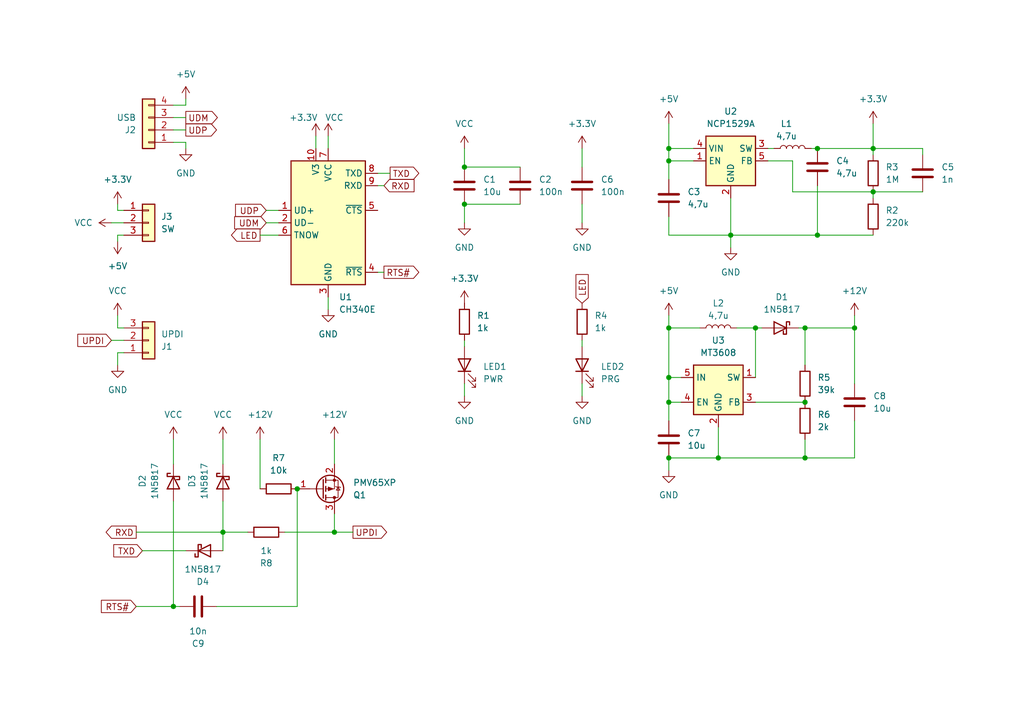
<source format=kicad_sch>
(kicad_sch (version 20230121) (generator eeschema)
  (paper "A5")
  (title_block (title "UPDI_HV_PROGRAMMER_ILYA2IK") (rev "1") (company "SGGDEV"))
  (lib_symbols
    (symbol "Connector_Generic:Conn_01x03" (pin_names (offset 1.016) hide)
      (property "Reference" "J" (at 0 5.08 0))
      (property "Value" "Conn_01x03" (at 0 -5.08 0))
      (symbol "Conn_01x03_1_1"
        (rectangle (start -1.27 -2.413) (end 0 -2.667) (stroke (width 0.1524)))
        (rectangle (start -1.27 0.127) (end 0 -0.127) (stroke (width 0.1524)))
        (rectangle (start -1.27 2.667) (end 0 2.413) (stroke (width 0.1524)))
        (rectangle (start -1.27 3.81) (end 1.27 -3.81) (stroke (width 0.254)) (fill (type background)))
        (pin passive line (at -5.08 2.54 0) (length 3.81) (name "Pin_1") (number "1"))
        (pin passive line (at -5.08 0 0) (length 3.81) (name "Pin_2") (number "2"))
        (pin passive line (at -5.08 -2.54 0) (length 3.81) (name "Pin_3") (number "3"))
      )
    )
    (symbol "Connector_Generic:Conn_01x04" (pin_names (offset 1.016) hide)
      (property "Reference" "J" (at 0 5.08 0))
      (property "Value" "Conn_01x04" (at 0 -7.62 0))
      (symbol "Conn_01x04_1_1"
        (rectangle (start -1.27 -4.953) (end 0 -5.207) (stroke (width 0.1524)))
        (rectangle (start -1.27 -2.413) (end 0 -2.667) (stroke (width 0.1524)))
        (rectangle (start -1.27 0.127) (end 0 -0.127) (stroke (width 0.1524)))
        (rectangle (start -1.27 2.667) (end 0 2.413) (stroke (width 0.1524)))
        (rectangle (start -1.27 3.81) (end 1.27 -6.35) (stroke (width 0.254)) (fill (type background)))
        (pin passive line (at -5.08 2.54 0) (length 3.81) (name "Pin_1") (number "1"))
        (pin passive line (at -5.08 0 0) (length 3.81) (name "Pin_2") (number "2"))
        (pin passive line (at -5.08 -2.54 0) (length 3.81) (name "Pin_3") (number "3"))
        (pin passive line (at -5.08 -5.08 0) (length 3.81) (name "Pin_4") (number "4"))
      )
    )
    (symbol "Device:C" (pin_numbers hide) (pin_names (offset 0.254))
      (property "Reference" "C" (at 0.635 2.54 0))
      (property "Value" "C" (at 0.635 -2.54 0))
      (symbol "C_0_1"
        (polyline (pts (xy -2.032 -0.762) (xy 2.032 -0.762)) (stroke (width 0.508)))
        (polyline (pts (xy -2.032 0.762) (xy 2.032 0.762)) (stroke (width 0.508)))
      )
      (symbol "C_1_1"
        (pin passive line (at 0 3.81 270) (length 2.794) (name "~") (number "1"))
        (pin passive line (at 0 -3.81 90) (length 2.794) (name "~") (number "2"))
      )
    )
    (symbol "Device:L" (pin_numbers hide) (pin_names (offset 1.016) hide)
      (property "Reference" "L" (at -1.27 0 90))
      (property "Value" "L" (at 1.905 0 90))
      (symbol "L_0_1"
        (arc (start 0 -2.54) (mid 0.6323 -1.905) (end 0 -1.27))
        (arc (start 0 -1.27) (mid 0.6323 -0.635) (end 0 0))
        (arc (start 0 0) (mid 0.6323 0.635) (end 0 1.27))
        (arc (start 0 1.27) (mid 0.6323 1.905) (end 0 2.54))
      )
      (symbol "L_1_1"
        (pin passive line (at 0 3.81 270) (length 1.27) (name "1") (number "1"))
        (pin passive line (at 0 -3.81 90) (length 1.27) (name "2") (number "2"))
      )
    )
    (symbol "Device:LED" (pin_numbers hide) (pin_names (offset 1.016) hide)
      (property "Reference" "D" (at 0 2.54 0))
      (property "Value" "LED" (at 0 -2.54 0))
      (symbol "LED_0_1"
        (polyline (pts (xy -1.27 -1.27) (xy -1.27 1.27)) (stroke (width 0.254)))
        (polyline (pts (xy -1.27 0) (xy 1.27 0)))
        (polyline (pts (xy 1.27 -1.27) (xy 1.27 1.27) (xy -1.27 0) (xy 1.27 -1.27)) (stroke (width 0.254)))
        (polyline (pts (xy -3.048 -0.762) (xy -4.572 -2.286) (xy -3.81 -2.286) (xy -4.572 -2.286) (xy -4.572 -1.524)))
        (polyline (pts (xy -1.778 -0.762) (xy -3.302 -2.286) (xy -2.54 -2.286) (xy -3.302 -2.286) (xy -3.302 -1.524)))
      )
      (symbol "LED_1_1"
        (pin passive line (at -3.81 0 0) (length 2.54) (name "K") (number "1"))
        (pin passive line (at 3.81 0 180) (length 2.54) (name "A") (number "2"))
      )
    )
    (symbol "Device:R" (pin_numbers hide) (pin_names (offset 0))
      (property "Reference" "R" (at 2.032 0 90))
      (property "Value" "R" (at 0 0 90))
      (symbol "R_0_1"
        (rectangle (start -1.016 -2.54) (end 1.016 2.54) (stroke (width 0.254)))
      )
      (symbol "R_1_1"
        (pin passive line (at 0 3.81 270) (length 1.27) (name "~") (number "1"))
        (pin passive line (at 0 -3.81 90) (length 1.27) (name "~") (number "2"))
      )
    )
    (symbol "Diode:1N5817" (pin_numbers hide) (pin_names (offset 1.016) hide)
      (property "Reference" "D" (at 0 2.54 0))
      (property "Value" "1N5817" (at 0 -2.54 0))
      (symbol "1N5817_0_1"
        (polyline (pts (xy 1.27 0) (xy -1.27 0)))
        (polyline (pts (xy 1.27 1.27) (xy 1.27 -1.27) (xy -1.27 0) (xy 1.27 1.27)) (stroke (width 0.254)))
        (polyline (pts (xy -1.905 0.635) (xy -1.905 1.27) (xy -1.27 1.27) (xy -1.27 -1.27) (xy -0.635 -1.27) (xy -0.635 -0.635)) (stroke (width 0.254)))
      )
      (symbol "1N5817_1_1"
        (pin passive line (at -3.81 0 0) (length 2.54) (name "K") (number "1"))
        (pin passive line (at 3.81 0 180) (length 2.54) (name "A") (number "2"))
      )
    )
    (symbol "Interface_USB:CH340E"
      (property "Reference" "U" (at -5.08 13.97 0))
      (property "Value" "CH340E" (at 1.27 13.97 0))
      (symbol "CH340E_0_1"
        (rectangle (start -7.62 12.7) (end 7.62 -12.7) (stroke (width 0.254)) (fill (type background)))
      )
      (symbol "CH340E_1_1"
        (pin bidirectional line (at -10.16 2.54 0) (length 2.54) (name "UD+") (number "1"))
        (pin passive line (at -2.54 15.24 270) (length 2.54) (name "V3") (number "10"))
        (pin bidirectional line (at -10.16 0 0) (length 2.54) (name "UD-") (number "2"))
        (pin power_in line (at 0 -15.24 90) (length 2.54) (name "GND") (number "3"))
        (pin output line (at 10.16 -10.16 180) (length 2.54) (name "~{RTS}") (number "4"))
        (pin input line (at 10.16 2.54 180) (length 2.54) (name "~{CTS}") (number "5"))
        (pin output line (at -10.16 -2.54 0) (length 2.54) (name "TNOW") (number "6"))
        (pin power_in line (at 0 15.24 270) (length 2.54) (name "VCC") (number "7"))
        (pin output line (at 10.16 10.16 180) (length 2.54) (name "TXD") (number "8"))
        (pin input line (at 10.16 7.62 180) (length 2.54) (name "RXD") (number "9"))
      )
    )
    (symbol "Regulator_Switching:MT3608"
      (property "Reference" "U" (at -2.54 8.89 0))
      (property "Value" "MT3608" (at -3.81 6.35 0))
      (symbol "MT3608_0_1"
        (rectangle (start -5.08 5.08) (end 5.08 -5.08) (stroke (width 0.254)) (fill (type background)))
      )
      (symbol "MT3608_1_1"
        (pin passive line (at 7.62 2.54 180) (length 2.54) (name "SW") (number "1"))
        (pin power_in line (at 0 -7.62 90) (length 2.54) (name "GND") (number "2"))
        (pin input line (at 7.62 -2.54 180) (length 2.54) (name "FB") (number "3"))
        (pin input line (at -7.62 -2.54 0) (length 2.54) (name "EN") (number "4"))
        (pin power_in line (at -7.62 2.54 0) (length 2.54) (name "IN") (number "5"))
        (pin no_connect line (at 5.08 0 180) (length 2.54) hide (name "NC") (number "6"))
      )
    )
    (symbol "Regulator_Switching:NCP1529A"
      (property "Reference" "U" (at -5.08 6.35 0))
      (property "Value" "NCP1529A" (at 0 6.35 0))
      (symbol "NCP1529A_0_1"
        (rectangle (start -5.08 5.08) (end 5.08 -5.08) (stroke (width 0.254)) (fill (type background)))
      )
      (symbol "NCP1529A_1_1"
        (pin input line (at -7.62 0 0) (length 2.54) (name "EN") (number "1"))
        (pin power_in line (at 0 -7.62 90) (length 2.54) (name "GND") (number "2"))
        (pin power_out line (at 7.62 2.54 180) (length 2.54) (name "SW") (number "3"))
        (pin power_in line (at -7.62 2.54 0) (length 2.54) (name "VIN") (number "4"))
        (pin input line (at 7.62 0 180) (length 2.54) (name "FB") (number "5"))
      )
    )
    (symbol "Transistor_FET:DMG2301L" (pin_names hide)
      (property "Reference" "Q" (at 5.08 1.905 0))
      (property "Value" "DMG2301L" (at 5.08 0 0))
      (symbol "DMG2301L_0_1"
        (polyline (pts (xy 0.254 0) (xy -2.54 0)))
        (polyline (pts (xy 0.254 1.905) (xy 0.254 -1.905)) (stroke (width 0.254)))
        (polyline (pts (xy 0.762 -1.27) (xy 0.762 -2.286)) (stroke (width 0.254)))
        (polyline (pts (xy 0.762 0.508) (xy 0.762 -0.508)) (stroke (width 0.254)))
        (polyline (pts (xy 0.762 2.286) (xy 0.762 1.27)) (stroke (width 0.254)))
        (polyline (pts (xy 2.54 2.54) (xy 2.54 1.778)))
        (polyline (pts (xy 2.54 -2.54) (xy 2.54 0) (xy 0.762 0)))
        (polyline (pts (xy 0.762 1.778) (xy 3.302 1.778) (xy 3.302 -1.778) (xy 0.762 -1.778)))
        (polyline (pts (xy 2.286 0) (xy 1.27 0.381) (xy 1.27 -0.381) (xy 2.286 0)) (fill (type outline)))
        (polyline (pts (xy 2.794 -0.508) (xy 2.921 -0.381) (xy 3.683 -0.381) (xy 3.81 -0.254)))
        (polyline (pts (xy 3.302 -0.381) (xy 2.921 0.254) (xy 3.683 0.254) (xy 3.302 -0.381)))
        (circle (center 1.651 0) (radius 2.794) (stroke (width 0.254)))
        (circle (center 2.54 -1.778) (radius 0.254) (fill (type outline)))
        (circle (center 2.54 1.778) (radius 0.254) (fill (type outline)))
      )
      (symbol "DMG2301L_1_1"
        (pin input line (at -5.08 0 0) (length 2.54) (name "G") (number "1"))
        (pin passive line (at 2.54 -5.08 90) (length 2.54) (name "S") (number "2"))
        (pin passive line (at 2.54 5.08 270) (length 2.54) (name "D") (number "3"))
      )
    )
    (symbol "power:+12V" (power) (pin_names (offset 0))
      (property "Value" "+12V" (at 0 3.556 0))
      (symbol "+12V_0_1"
        (polyline (pts (xy -0.762 1.27) (xy 0 2.54)))
        (polyline (pts (xy 0 0) (xy 0 2.54)))
        (polyline (pts (xy 0 2.54) (xy 0.762 1.27)))
      )
      (symbol "+12V_1_1"
        (pin power_in line (at 0 0 90) (length 0) hide (name "+12V") (number "1"))
      )
    )
    (symbol "power:+3.3V" (power) (pin_names (offset 0))
      (property "Value" "+3.3V" (at 0 3.556 0))
      (symbol "+3.3V_0_1"
        (polyline (pts (xy -0.762 1.27) (xy 0 2.54)))
        (polyline (pts (xy 0 0) (xy 0 2.54)))
        (polyline (pts (xy 0 2.54) (xy 0.762 1.27)))
      )
      (symbol "+3.3V_1_1"
        (pin power_in line (at 0 0 90) (length 0) hide (name "+3.3V") (number "1"))
      )
    )
    (symbol "power:+5V" (power) (pin_names (offset 0))
      (property "Value" "+5V" (at 0 3.556 0))
      (symbol "+5V_0_1"
        (polyline (pts (xy -0.762 1.27) (xy 0 2.54)))
        (polyline (pts (xy 0 0) (xy 0 2.54)))
        (polyline (pts (xy 0 2.54) (xy 0.762 1.27)))
      )
      (symbol "+5V_1_1"
        (pin power_in line (at 0 0 90) (length 0) hide (name "+5V") (number "1"))
      )
    )
    (symbol "power:GND" (power) (pin_names (offset 0))
      (property "Value" "GND" (at 0 -3.81 0))
      (symbol "GND_0_1"
        (polyline (pts (xy 0 0) (xy 0 -1.27) (xy 1.27 -1.27) (xy 0 -2.54) (xy -1.27 -1.27) (xy 0 -1.27)))
      )
      (symbol "GND_1_1"
        (pin power_in line (at 0 0 270) (length 0) hide (name "GND") (number "1"))
      )
    )
    (symbol "power:VCC" (power) (pin_names (offset 0))
      (property "Value" "VCC" (at 0 3.81 0))
      (symbol "VCC_0_1"
        (polyline (pts (xy -0.762 1.27) (xy 0 2.54)))
        (polyline (pts (xy 0 0) (xy 0 2.54)))
        (polyline (pts (xy 0 2.54) (xy 0.762 1.27)))
      )
      (symbol "VCC_1_1"
        (pin power_in line (at 0 0 90) (length 0) hide (name "VCC") (number "1"))
      )
    )
  )
  (junction (at 179.07 30.48))
  (junction (at 167.64 48.26))
  (junction (at 167.64 30.48))
  (junction (at 95.25 41.91))
  (junction (at 165.1 82.55))
  (junction (at 137.16 33.02))
  (junction (at 95.25 34.29))
  (junction (at 137.16 77.47))
  (junction (at 149.86 48.26))
  (junction (at 137.16 93.98))
  (junction (at 175.26 67.31))
  (junction (at 137.16 82.55))
  (junction (at 45.72 109.22))
  (junction (at 154.94 67.31))
  (junction (at 179.07 39.37))
  (junction (at 137.16 67.31))
  (junction (at 35.56 124.46))
  (junction (at 165.1 67.31))
  (junction (at 68.58 109.22))
  (junction (at 165.1 93.98))
  (junction (at 60.96 100.33))
  (junction (at 137.16 30.48))
  (junction (at 147.32 93.98))
  (wire (pts (xy 95.25 41.91) (xy 95.25 45.72)))
  (wire (pts (xy 95.25 34.29) (xy 106.68 34.29)))
  (wire (pts (xy 22.86 69.85) (xy 25.4 69.85)))
  (wire (pts (xy 119.38 78.74) (xy 119.38 81.28)))
  (wire (pts (xy 137.16 64.77) (xy 137.16 67.31)))
  (wire (pts (xy 151.13 67.31) (xy 154.94 67.31)))
  (wire (pts (xy 45.72 102.87) (xy 45.72 109.22)))
  (wire (pts (xy 137.16 44.45) (xy 137.16 48.26)))
  (wire (pts (xy 95.25 41.91) (xy 106.68 41.91)))
  (wire (pts (xy 167.64 48.26) (xy 179.07 48.26)))
  (wire (pts (xy 137.16 25.4) (xy 137.16 30.48)))
  (wire (pts (xy 27.94 109.22) (xy 45.72 109.22)))
  (wire (pts (xy 175.26 64.77) (xy 175.26 67.31)))
  (wire (pts (xy 29.21 113.03) (xy 38.1 113.03)))
  (wire (pts (xy 35.56 90.17) (xy 35.56 95.25)))
  (wire (pts (xy 68.58 109.22) (xy 72.39 109.22)))
  (wire (pts (xy 60.96 100.33) (xy 60.96 124.46)))
  (wire (pts (xy 35.56 124.46) (xy 36.83 124.46)))
  (wire (pts (xy 119.38 69.85) (xy 119.38 71.12)))
  (wire (pts (xy 95.25 30.48) (xy 95.25 34.29)))
  (wire (pts (xy 58.42 109.22) (xy 68.58 109.22)))
  (wire (pts (xy 175.26 78.74) (xy 175.26 67.31)))
  (wire (pts (xy 147.32 87.63) (xy 147.32 93.98)))
  (wire (pts (xy 24.13 64.77) (xy 24.13 67.31)))
  (wire (pts (xy 165.1 67.31) (xy 165.1 74.93)))
  (wire (pts (xy 38.1 29.21) (xy 38.1 30.48)))
  (wire (pts (xy 67.31 30.48) (xy 67.31 27.94)))
  (wire (pts (xy 137.16 30.48) (xy 142.24 30.48)))
  (wire (pts (xy 53.34 90.17) (xy 53.34 100.33)))
  (wire (pts (xy 68.58 105.41) (xy 68.58 109.22)))
  (wire (pts (xy 137.16 30.48) (xy 137.16 33.02)))
  (wire (pts (xy 64.77 27.94) (xy 64.77 30.48)))
  (wire (pts (xy 25.4 43.18) (xy 24.13 43.18)))
  (wire (pts (xy 45.72 109.22) (xy 50.8 109.22)))
  (wire (pts (xy 137.16 77.47) (xy 137.16 82.55)))
  (wire (pts (xy 179.07 39.37) (xy 189.23 39.37)))
  (wire (pts (xy 77.47 35.56) (xy 80.01 35.56)))
  (wire (pts (xy 137.16 86.36) (xy 137.16 82.55)))
  (wire (pts (xy 167.64 30.48) (xy 179.07 30.48)))
  (wire (pts (xy 27.94 124.46) (xy 35.56 124.46)))
  (wire (pts (xy 163.83 67.31) (xy 165.1 67.31)))
  (wire (pts (xy 24.13 48.26) (xy 25.4 48.26)))
  (wire (pts (xy 24.13 43.18) (xy 24.13 41.91)))
  (wire (pts (xy 179.07 30.48) (xy 179.07 31.75)))
  (wire (pts (xy 165.1 93.98) (xy 175.26 93.98)))
  (wire (pts (xy 67.31 60.96) (xy 67.31 63.5)))
  (wire (pts (xy 119.38 41.91) (xy 119.38 45.72)))
  (wire (pts (xy 54.61 43.18) (xy 57.15 43.18)))
  (wire (pts (xy 137.16 96.52) (xy 137.16 93.98)))
  (wire (pts (xy 137.16 33.02) (xy 142.24 33.02)))
  (wire (pts (xy 68.58 90.17) (xy 68.58 95.25)))
  (wire (pts (xy 45.72 90.17) (xy 45.72 95.25)))
  (wire (pts (xy 35.56 26.67) (xy 38.1 26.67)))
  (wire (pts (xy 22.86 45.72) (xy 25.4 45.72)))
  (wire (pts (xy 154.94 82.55) (xy 165.1 82.55)))
  (wire (pts (xy 119.38 30.48) (xy 119.38 34.29)))
  (wire (pts (xy 175.26 86.36) (xy 175.26 93.98)))
  (wire (pts (xy 44.45 124.46) (xy 60.96 124.46)))
  (wire (pts (xy 149.86 48.26) (xy 167.64 48.26)))
  (wire (pts (xy 162.56 39.37) (xy 179.07 39.37)))
  (wire (pts (xy 38.1 21.59) (xy 38.1 20.32)))
  (wire (pts (xy 35.56 102.87) (xy 35.56 124.46)))
  (wire (pts (xy 77.47 38.1) (xy 78.74 38.1)))
  (wire (pts (xy 45.72 113.03) (xy 45.72 109.22)))
  (wire (pts (xy 24.13 74.93) (xy 24.13 72.39)))
  (wire (pts (xy 35.56 24.13) (xy 38.1 24.13)))
  (wire (pts (xy 35.56 21.59) (xy 38.1 21.59)))
  (wire (pts (xy 137.16 33.02) (xy 137.16 36.83)))
  (wire (pts (xy 137.16 67.31) (xy 137.16 77.47)))
  (wire (pts (xy 189.23 31.75) (xy 189.23 30.48)))
  (wire (pts (xy 162.56 33.02) (xy 162.56 39.37)))
  (wire (pts (xy 24.13 67.31) (xy 25.4 67.31)))
  (wire (pts (xy 165.1 67.31) (xy 175.26 67.31)))
  (wire (pts (xy 189.23 30.48) (xy 179.07 30.48)))
  (wire (pts (xy 147.32 93.98) (xy 165.1 93.98)))
  (wire (pts (xy 24.13 49.53) (xy 24.13 48.26)))
  (wire (pts (xy 24.13 72.39) (xy 25.4 72.39)))
  (wire (pts (xy 167.64 38.1) (xy 167.64 48.26)))
  (wire (pts (xy 35.56 29.21) (xy 38.1 29.21)))
  (wire (pts (xy 154.94 67.31) (xy 154.94 77.47)))
  (wire (pts (xy 157.48 33.02) (xy 162.56 33.02)))
  (wire (pts (xy 95.25 78.74) (xy 95.25 81.28)))
  (wire (pts (xy 149.86 40.64) (xy 149.86 48.26)))
  (wire (pts (xy 137.16 82.55) (xy 139.7 82.55)))
  (wire (pts (xy 77.47 55.88) (xy 78.74 55.88)))
  (wire (pts (xy 137.16 67.31) (xy 143.51 67.31)))
  (wire (pts (xy 149.86 48.26) (xy 149.86 50.8)))
  (wire (pts (xy 166.37 30.48) (xy 167.64 30.48)))
  (wire (pts (xy 139.7 77.47) (xy 137.16 77.47)))
  (wire (pts (xy 157.48 30.48) (xy 158.75 30.48)))
  (wire (pts (xy 179.07 39.37) (xy 179.07 40.64)))
  (wire (pts (xy 179.07 25.4) (xy 179.07 30.48)))
  (wire (pts (xy 137.16 48.26) (xy 149.86 48.26)))
  (wire (pts (xy 54.61 45.72) (xy 57.15 45.72)))
  (wire (pts (xy 53.34 48.26) (xy 57.15 48.26)))
  (wire (pts (xy 154.94 67.31) (xy 156.21 67.31)))
  (wire (pts (xy 95.25 69.85) (xy 95.25 71.12)))
  (wire (pts (xy 165.1 90.17) (xy 165.1 93.98)))
  (wire (pts (xy 147.32 93.98) (xy 137.16 93.98)))
  (global_label "TXD" (shape input) (at 29.21 113.03 180) (property "Intersheetrefs" "${INTERSHEET_REFS}" (effects hide)))
  (global_label "RXD" (shape output) (at 27.94 109.22 180) (property "Intersheetrefs" "${INTERSHEET_REFS}" (effects hide)))
  (global_label "UDM" (shape input) (at 54.61 45.72 180) (property "Intersheetrefs" "${INTERSHEET_REFS}" (effects hide)))
  (global_label "UPDI" (shape input) (at 22.86 69.85 180) (property "Intersheetrefs" "${INTERSHEET_REFS}" (effects hide)))
  (global_label "UDM" (shape output) (at 38.1 24.13 0) (property "Intersheetrefs" "${INTERSHEET_REFS}" (effects hide)))
  (global_label "UPDI" (shape output) (at 72.39 109.22 0) (property "Intersheetrefs" "${INTERSHEET_REFS}" (effects hide)))
  (global_label "RXD" (shape input) (at 78.74 38.1 0) (property "Intersheetrefs" "${INTERSHEET_REFS}" (effects hide)))
  (global_label "TXD" (shape output) (at 80.01 35.56 0) (property "Intersheetrefs" "${INTERSHEET_REFS}" (effects hide)))
  (global_label "UDP" (shape input) (at 54.61 43.18 180) (property "Intersheetrefs" "${INTERSHEET_REFS}" (effects hide)))
  (global_label "RTS#" (shape output) (at 78.74 55.88 0) (property "Intersheetrefs" "${INTERSHEET_REFS}" (effects hide)))
  (global_label "LED" (shape input) (at 119.38 62.23 90) (property "Intersheetrefs" "${INTERSHEET_REFS}" (effects hide)))
  (global_label "UDP" (shape output) (at 38.1 26.67 0) (property "Intersheetrefs" "${INTERSHEET_REFS}" (effects hide)))
  (global_label "LED" (shape output) (at 53.34 48.26 180) (property "Intersheetrefs" "${INTERSHEET_REFS}" (effects hide)))
  (global_label "RTS#" (shape input) (at 27.94 124.46 180) (property "Intersheetrefs" "${INTERSHEET_REFS}" (effects hide)))
  (symbol (lib_id "Diode:1N5817") (at 41.91 113.03 0) (mirror x) (unit 1)
    (property "Reference" "D4" (at 41.5925 119.38 0))
    (property "Value" "1N5817" (at 41.5925 116.84 0))
    (property "Footprint" "Diode_SMD:D_SMA" (effects hide))
    (property "Datasheet" "http://www.vishay.com/docs/88525/1n5817.pdf" (effects hide))
  )
  (symbol (lib_id "power:GND") (at 95.25 81.28 0) (unit 1)
    (property "Reference" "#PWR012" (effects hide))
    (property "Value" "GND" (at 95.25 86.36 0))
  )
  (symbol (lib_id "Device:L") (at 147.32 67.31 90) (unit 1)
    (property "Reference" "L2" (at 147.32 62.23 90))
    (property "Value" "4,7u" (at 147.32 64.77 90))
    (property "Footprint" "Inductor_SMD:L_1206_3216Metric" (effects hide))
  )
  (symbol (lib_id "Device:LED") (at 119.38 74.93 90) (unit 1)
    (property "Reference" "LED2" (at 123.19 75.2475 90) (effects (justify right)))
    (property "Value" "PRG" (at 123.19 77.7875 90) (effects (justify right)))
    (property "Footprint" "LED_SMD:LED_0805_2012Metric" (effects hide))
  )
  (symbol (lib_id "Regulator_Switching:MT3608") (at 147.32 80.01 0) (unit 1)
    (property "Reference" "U3" (at 147.32 69.85 0))
    (property "Value" "MT3608" (at 147.32 72.39 0))
    (property "Footprint" "Package_TO_SOT_SMD:SOT-23-6" (effects hide))
    (property "Datasheet" "https://www.olimex.com/Products/Breadboarding/BB-PWR-3608/resources/MT3608.pdf" (effects hide))
  )
  (symbol (lib_id "Diode:1N5817") (at 35.56 99.06 90) (mirror x) (unit 1)
    (property "Reference" "D2" (at 29.21 98.7425 0))
    (property "Value" "1N5817" (at 31.75 98.7425 0))
    (property "Footprint" "Diode_SMD:D_SMA" (effects hide))
    (property "Datasheet" "http://www.vishay.com/docs/88525/1n5817.pdf" (effects hide))
  )
  (symbol (lib_id "Connector_Generic:Conn_01x04") (at 30.48 26.67 180) (unit 1)
    (property "Reference" "J2" (at 27.94 26.67 0) (effects (justify left)))
    (property "Value" "USB" (at 27.94 24.13 0) (effects (justify left)))
    (property "Footprint" "Connector_PinHeader_2.54mm:PinHeader_1x04_P2.54mm_Vertical" (effects hide))
  )
  (symbol (lib_id "Device:C") (at 119.38 38.1 0) (unit 1)
    (property "Reference" "C6" (at 123.19 36.83 0) (effects (justify left)))
    (property "Value" "100n" (at 123.19 39.37 0) (effects (justify left)))
    (property "Footprint" "Capacitor_SMD:C_1206_3216Metric" (effects hide))
  )
  (symbol (lib_id "Device:R") (at 54.61 109.22 90) (mirror x) (unit 1)
    (property "Reference" "R8" (at 54.61 115.57 90))
    (property "Value" "1k" (at 54.61 113.03 90))
    (property "Footprint" "Resistor_SMD:R_0805_2012Metric" (effects hide))
  )
  (symbol (lib_id "Device:L") (at 162.56 30.48 90) (unit 1)
    (property "Reference" "L1" (at 161.29 25.4 90))
    (property "Value" "4,7u" (at 161.29 27.94 90))
    (property "Footprint" "Inductor_SMD:L_1206_3216Metric" (effects hide))
  )
  (symbol (lib_id "power:+5V") (at 137.16 64.77 0) (unit 1)
    (property "Reference" "#PWR013" (effects hide))
    (property "Value" "+5V" (at 137.16 59.69 0))
  )
  (symbol (lib_id "power:VCC") (at 24.13 64.77 0) (unit 1)
    (property "Reference" "#PWR022" (effects hide))
    (property "Value" "VCC" (at 24.13 59.69 0))
  )
  (symbol (lib_id "Regulator_Switching:NCP1529A") (at 149.86 33.02 0) (unit 1)
    (property "Reference" "U2" (at 149.86 22.86 0))
    (property "Value" "NCP1529A" (at 149.86 25.4 0))
    (property "Footprint" "Package_TO_SOT_SMD:SOT-23-5" (effects hide))
    (property "Datasheet" "https://www.onsemi.com/pub/Collateral/NCP1529-D.PDF" (effects hide))
  )
  (symbol (lib_id "power:+3.3V") (at 64.77 27.94 0) (unit 1)
    (property "Reference" "#PWR04" (effects hide))
    (property "Value" "+3.3V" (at 62.23 24.13 0))
  )
  (symbol (lib_id "Device:C") (at 189.23 35.56 0) (unit 1)
    (property "Reference" "C5" (at 193.04 34.29 0) (effects (justify left)))
    (property "Value" "1n" (at 193.04 36.83 0) (effects (justify left)))
    (property "Footprint" "Capacitor_SMD:C_1206_3216Metric" (effects hide))
  )
  (symbol (lib_id "power:VCC") (at 45.72 90.17 0) (unit 1)
    (property "Reference" "#PWR018" (effects hide))
    (property "Value" "VCC" (at 45.72 85.09 0))
  )
  (symbol (lib_id "Device:R") (at 119.38 66.04 0) (unit 1)
    (property "Reference" "R4" (at 121.92 64.77 0) (effects (justify left)))
    (property "Value" "1k" (at 121.92 67.31 0) (effects (justify left)))
    (property "Footprint" "Resistor_SMD:R_0805_2012Metric" (effects hide))
  )
  (symbol (lib_id "power:+3.3V") (at 24.13 41.91 0) (unit 1)
    (property "Reference" "#PWR026" (effects hide))
    (property "Value" "+3.3V" (at 24.13 36.83 0))
  )
  (symbol (lib_id "Device:C") (at 137.16 40.64 0) (unit 1)
    (property "Reference" "C3" (at 140.97 39.37 0) (effects (justify left)))
    (property "Value" "4,7u" (at 140.97 41.91 0) (effects (justify left)))
    (property "Footprint" "Capacitor_SMD:C_1206_3216Metric" (effects hide))
  )
  (symbol (lib_id "power:GND") (at 149.86 50.8 0) (unit 1)
    (property "Reference" "#PWR01" (effects hide))
    (property "Value" "GND" (at 149.86 55.88 0))
  )
  (symbol (lib_id "power:GND") (at 24.13 74.93 0) (unit 1)
    (property "Reference" "#PWR021" (effects hide))
    (property "Value" "GND" (at 24.13 80.01 0))
  )
  (symbol (lib_id "power:VCC") (at 35.56 90.17 0) (unit 1)
    (property "Reference" "#PWR017" (effects hide))
    (property "Value" "VCC" (at 35.56 85.09 0))
  )
  (symbol (lib_id "Device:LED") (at 95.25 74.93 90) (unit 1)
    (property "Reference" "LED1" (at 99.06 75.2475 90) (effects (justify right)))
    (property "Value" "PWR" (at 99.06 77.7875 90) (effects (justify right)))
    (property "Footprint" "LED_SMD:LED_0805_2012Metric" (effects hide))
  )
  (symbol (lib_id "Connector_Generic:Conn_01x03") (at 30.48 69.85 0) (mirror x) (unit 1)
    (property "Reference" "J1" (at 33.02 71.12 0) (effects (justify left)))
    (property "Value" "UPDI" (at 33.02 68.58 0) (effects (justify left)))
    (property "Footprint" "Connector_PinHeader_2.54mm:PinHeader_1x03_P2.54mm_Vertical" (effects hide))
  )
  (symbol (lib_id "power:+12V") (at 68.58 90.17 0) (unit 1)
    (property "Reference" "#PWR020" (effects hide))
    (property "Value" "+12V" (at 68.58 85.09 0))
  )
  (symbol (lib_id "Transistor_FET:DMG2301L") (at 66.04 100.33 0) (mirror x) (unit 1)
    (property "Reference" "Q1" (at 72.39 101.6 0) (effects (justify left)))
    (property "Value" "PMV65XP" (at 72.39 99.06 0) (effects (justify left)))
    (property "Footprint" "Package_TO_SOT_SMD:SOT-23" (effects hide))
  )
  (symbol (lib_id "power:GND") (at 119.38 81.28 0) (unit 1)
    (property "Reference" "#PWR014" (effects hide))
    (property "Value" "GND" (at 119.38 86.36 0))
  )
  (symbol (lib_id "power:+5V") (at 38.1 20.32 0) (unit 1)
    (property "Reference" "#PWR023" (effects hide))
    (property "Value" "+5V" (at 38.1 15.24 0))
  )
  (symbol (lib_id "Device:C") (at 175.26 82.55 0) (unit 1)
    (property "Reference" "C8" (at 179.07 81.28 0) (effects (justify left)))
    (property "Value" "10u" (at 179.07 83.82 0) (effects (justify left)))
    (property "Footprint" "Capacitor_SMD:C_1206_3216Metric" (effects hide))
  )
  (symbol (lib_id "power:+3.3V") (at 95.25 62.23 0) (unit 1)
    (property "Reference" "#PWR011" (effects hide))
    (property "Value" "+3.3V" (at 95.25 57.15 0))
  )
  (symbol (lib_id "Device:C") (at 40.64 124.46 90) (mirror x) (unit 1)
    (property "Reference" "C9" (at 40.64 132.08 90))
    (property "Value" "10n" (at 40.64 129.54 90))
    (property "Footprint" "Capacitor_SMD:C_1206_3216Metric" (effects hide))
  )
  (symbol (lib_id "Device:C") (at 95.25 38.1 0) (unit 1)
    (property "Reference" "C1" (at 99.06 36.83 0) (effects (justify left)))
    (property "Value" "10u" (at 99.06 39.37 0) (effects (justify left)))
    (property "Footprint" "Capacitor_SMD:C_1206_3216Metric" (effects hide))
  )
  (symbol (lib_id "power:GND") (at 38.1 30.48 0) (unit 1)
    (property "Reference" "#PWR024" (effects hide))
    (property "Value" "GND" (at 38.1 35.56 0))
  )
  (symbol (lib_id "Device:R") (at 95.25 66.04 0) (unit 1)
    (property "Reference" "R1" (at 97.79 64.77 0) (effects (justify left)))
    (property "Value" "1k" (at 97.79 67.31 0) (effects (justify left)))
    (property "Footprint" "Resistor_SMD:R_0805_2012Metric" (effects hide))
  )
  (symbol (lib_id "power:GND") (at 119.38 45.72 0) (unit 1)
    (property "Reference" "#PWR010" (effects hide))
    (property "Value" "GND" (at 119.38 50.8 0))
  )
  (symbol (lib_id "power:+12V") (at 175.26 64.77 0) (unit 1)
    (property "Reference" "#PWR016" (effects hide))
    (property "Value" "+12V" (at 175.26 59.69 0))
  )
  (symbol (lib_id "power:+12V") (at 53.34 90.17 0) (unit 1)
    (property "Reference" "#PWR019" (effects hide))
    (property "Value" "+12V" (at 53.34 85.09 0))
  )
  (symbol (lib_id "Device:R") (at 165.1 78.74 0) (unit 1)
    (property "Reference" "R5" (at 167.64 77.47 0) (effects (justify left)))
    (property "Value" "39k" (at 167.64 80.01 0) (effects (justify left)))
    (property "Footprint" "Resistor_SMD:R_0805_2012Metric" (effects hide))
  )
  (symbol (lib_id "power:GND") (at 137.16 96.52 0) (unit 1)
    (property "Reference" "#PWR015" (effects hide))
    (property "Value" "GND" (at 137.16 101.6 0))
  )
  (symbol (lib_id "power:VCC") (at 67.31 27.94 0) (unit 1)
    (property "Reference" "#PWR05" (effects hide))
    (property "Value" "VCC" (at 68.58 24.13 0))
  )
  (symbol (lib_id "power:+3.3V") (at 179.07 25.4 0) (unit 1)
    (property "Reference" "#PWR03" (effects hide))
    (property "Value" "+3.3V" (at 179.07 20.32 0))
  )
  (symbol (lib_id "Device:R") (at 179.07 35.56 0) (unit 1)
    (property "Reference" "R3" (at 181.61 34.29 0) (effects (justify left)))
    (property "Value" "1M" (at 181.61 36.83 0) (effects (justify left)))
    (property "Footprint" "Resistor_SMD:R_0805_2012Metric" (effects hide))
  )
  (symbol (lib_id "Device:C") (at 137.16 90.17 0) (unit 1)
    (property "Reference" "C7" (at 140.97 88.9 0) (effects (justify left)))
    (property "Value" "10u" (at 140.97 91.44 0) (effects (justify left)))
    (property "Footprint" "Capacitor_SMD:C_1206_3216Metric" (effects hide))
  )
  (symbol (lib_id "power:VCC") (at 95.25 30.48 0) (unit 1)
    (property "Reference" "#PWR07" (effects hide))
    (property "Value" "VCC" (at 95.25 25.4 0))
  )
  (symbol (lib_id "Device:R") (at 165.1 86.36 0) (unit 1)
    (property "Reference" "R6" (at 167.64 85.09 0) (effects (justify left)))
    (property "Value" "2k" (at 167.64 87.63 0) (effects (justify left)))
    (property "Footprint" "Resistor_SMD:R_0805_2012Metric" (effects hide))
  )
  (symbol (lib_id "Device:C") (at 106.68 38.1 0) (unit 1)
    (property "Reference" "C2" (at 110.49 36.83 0) (effects (justify left)))
    (property "Value" "100n" (at 110.49 39.37 0) (effects (justify left)))
    (property "Footprint" "Capacitor_SMD:C_1206_3216Metric" (effects hide))
  )
  (symbol (lib_id "Device:R") (at 57.15 100.33 90) (unit 1)
    (property "Reference" "R7" (at 57.15 93.98 90))
    (property "Value" "10k" (at 57.15 96.52 90))
    (property "Footprint" "Resistor_SMD:R_0805_2012Metric" (effects hide))
  )
  (symbol (lib_id "power:+5V") (at 24.13 49.53 0) (mirror x) (unit 1)
    (property "Reference" "#PWR027" (effects hide))
    (property "Value" "+5V" (at 24.13 54.61 0))
  )
  (symbol (lib_id "Diode:1N5817") (at 45.72 99.06 90) (mirror x) (unit 1)
    (property "Reference" "D3" (at 39.37 98.7425 0))
    (property "Value" "1N5817" (at 41.91 98.7425 0))
    (property "Footprint" "Diode_SMD:D_SMA" (effects hide))
    (property "Datasheet" "http://www.vishay.com/docs/88525/1n5817.pdf" (effects hide))
  )
  (symbol (lib_id "power:+5V") (at 137.16 25.4 0) (unit 1)
    (property "Reference" "#PWR02" (effects hide))
    (property "Value" "+5V" (at 137.16 20.32 0))
  )
  (symbol (lib_id "power:VCC") (at 22.86 45.72 90) (mirror x) (unit 1)
    (property "Reference" "#PWR025" (effects hide))
    (property "Value" "VCC" (at 19.05 45.72 90) (effects (justify left)))
  )
  (symbol (lib_id "Device:R") (at 179.07 44.45 0) (unit 1)
    (property "Reference" "R2" (at 181.61 43.18 0) (effects (justify left)))
    (property "Value" "220k" (at 181.61 45.72 0) (effects (justify left)))
    (property "Footprint" "Resistor_SMD:R_0805_2012Metric" (effects hide))
  )
  (symbol (lib_id "Diode:1N5817") (at 160.02 67.31 0) (mirror y) (unit 1)
    (property "Reference" "D1" (at 160.3375 60.96 0))
    (property "Value" "1N5817" (at 160.3375 63.5 0))
    (property "Footprint" "Diode_SMD:D_SMA" (effects hide))
    (property "Datasheet" "http://www.vishay.com/docs/88525/1n5817.pdf" (effects hide))
  )
  (symbol (lib_id "power:GND") (at 95.25 45.72 0) (unit 1)
    (property "Reference" "#PWR09" (effects hide))
    (property "Value" "GND" (at 95.25 50.8 0))
  )
  (symbol (lib_id "power:+3.3V") (at 119.38 30.48 0) (unit 1)
    (property "Reference" "#PWR08" (effects hide))
    (property "Value" "+3.3V" (at 119.38 25.4 0))
  )
  (symbol (lib_id "Connector_Generic:Conn_01x03") (at 30.48 45.72 0) (unit 1)
    (property "Reference" "J3" (at 33.02 44.45 0) (effects (justify left)))
    (property "Value" "SW" (at 33.02 46.99 0) (effects (justify left)))
    (property "Footprint" "Connector_PinHeader_2.54mm:PinHeader_1x03_P2.54mm_Vertical" (effects hide))
  )
  (symbol (lib_id "Device:C") (at 167.64 34.29 0) (unit 1)
    (property "Reference" "C4" (at 171.45 33.02 0) (effects (justify left)))
    (property "Value" "4,7u" (at 171.45 35.56 0) (effects (justify left)))
    (property "Footprint" "Capacitor_SMD:C_1206_3216Metric" (effects hide))
  )
  (symbol (lib_id "Interface_USB:CH340E") (at 67.31 45.72 0) (unit 1)
    (property "Reference" "U1" (at 69.5041 60.96 0) (effects (justify left)))
    (property "Value" "CH340E" (at 69.5041 63.5 0) (effects (justify left)))
    (property "Footprint" "Package_SO:MSOP-10_3x3mm_P0.5mm" (effects hide))
    (property "Datasheet" "https://www.mpja.com/download/35227cpdata.pdf" (effects hide))
  )
  (symbol (lib_id "power:GND") (at 67.31 63.5 0) (unit 1)
    (property "Reference" "#PWR06" (effects hide))
    (property "Value" "GND" (at 67.31 68.58 0))
  )
)
</source>
